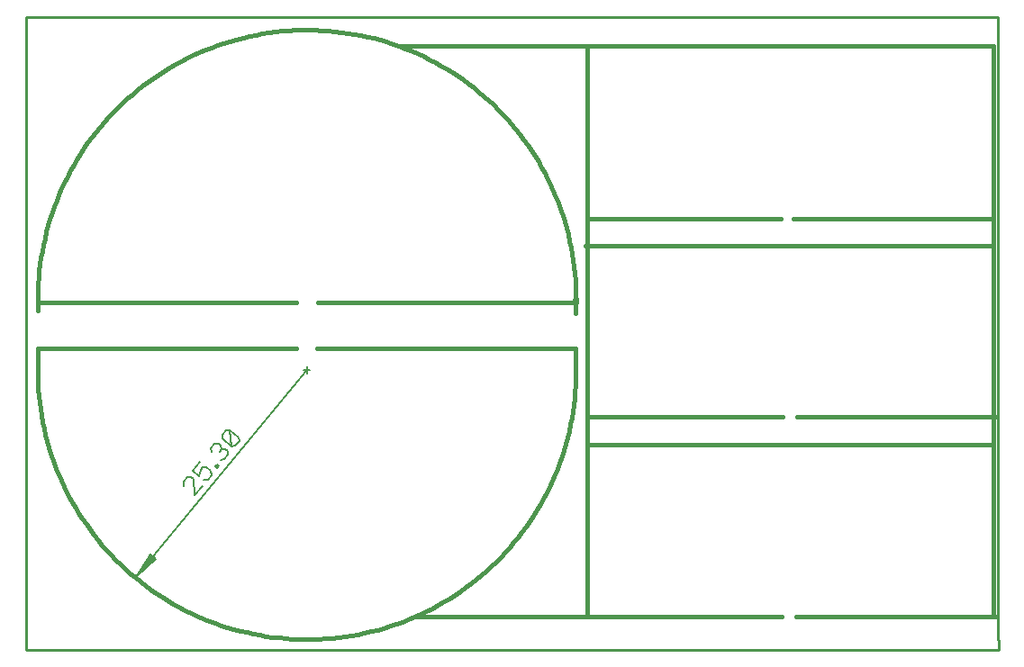
<source format=gbp>
G75*
%MOIN*%
%OFA0B0*%
%FSLAX25Y25*%
%IPPOS*%
%LPD*%
%AMOC8*
5,1,8,0,0,1.08239X$1,22.5*
%
%ADD10C,0.01600*%
%ADD11C,0.00512*%
%ADD12C,0.00600*%
%ADD13C,0.01000*%
D10*
X0255602Y0123102D02*
X0318852Y0123102D01*
X0390852Y0123102D01*
X0396352Y0123102D02*
X0469102Y0123102D01*
X0470102Y0123102D01*
X0469102Y0123102D02*
X0469102Y0334352D01*
X0468852Y0334352D02*
X0318852Y0334352D01*
X0318602Y0334352D01*
X0318852Y0334352D02*
X0318852Y0270602D01*
X0390602Y0270602D01*
X0395102Y0270602D02*
X0468852Y0270602D01*
X0468602Y0260602D02*
X0318352Y0260602D01*
X0318852Y0270602D02*
X0318852Y0197102D01*
X0391352Y0197102D01*
X0396602Y0197102D02*
X0470352Y0197102D01*
X0469352Y0186852D02*
X0319102Y0186852D01*
X0318852Y0197102D02*
X0318852Y0123102D01*
X0314602Y0216352D02*
X0314602Y0222352D01*
X0314352Y0222352D02*
X0218852Y0222352D01*
X0211352Y0222352D02*
X0115852Y0222352D01*
X0115602Y0222602D02*
X0115602Y0218602D01*
X0115602Y0239602D02*
X0211102Y0239602D01*
X0115602Y0236602D02*
X0115529Y0239043D01*
X0115515Y0241485D01*
X0115562Y0243927D01*
X0115668Y0246367D01*
X0115834Y0248803D01*
X0116060Y0251235D01*
X0116345Y0253660D01*
X0116689Y0256078D01*
X0117093Y0258487D01*
X0117556Y0260884D01*
X0118077Y0263270D01*
X0118657Y0265643D01*
X0119295Y0268000D01*
X0119990Y0270341D01*
X0120742Y0272665D01*
X0121551Y0274969D01*
X0122417Y0277252D01*
X0123338Y0279514D01*
X0124314Y0281753D01*
X0125345Y0283967D01*
X0126430Y0286155D01*
X0127568Y0288315D01*
X0128759Y0290447D01*
X0130002Y0292550D01*
X0131295Y0294621D01*
X0132640Y0296660D01*
X0134034Y0298665D01*
X0135476Y0300636D01*
X0136967Y0302570D01*
X0138504Y0304468D01*
X0140087Y0306327D01*
X0141716Y0308147D01*
X0143389Y0309926D01*
X0145104Y0311664D01*
X0146862Y0313359D01*
X0148661Y0315011D01*
X0150500Y0316618D01*
X0152378Y0318180D01*
X0154293Y0319694D01*
X0156245Y0321162D01*
X0158233Y0322581D01*
X0160254Y0323951D01*
X0162309Y0325272D01*
X0164395Y0326541D01*
X0166512Y0327759D01*
X0168658Y0328925D01*
X0170832Y0330037D01*
X0173032Y0331096D01*
X0175258Y0332101D01*
X0177508Y0333051D01*
X0179781Y0333945D01*
X0182074Y0334784D01*
X0184388Y0335566D01*
X0186720Y0336291D01*
X0189069Y0336959D01*
X0191434Y0337568D01*
X0193813Y0338120D01*
X0196205Y0338613D01*
X0198608Y0339048D01*
X0201021Y0339423D01*
X0203442Y0339739D01*
X0205871Y0339996D01*
X0208305Y0340193D01*
X0210744Y0340331D01*
X0213184Y0340408D01*
X0215627Y0340426D01*
X0218068Y0340384D01*
X0220508Y0340281D01*
X0222945Y0340120D01*
X0225377Y0339898D01*
X0227803Y0339617D01*
X0230221Y0339277D01*
X0232631Y0338877D01*
X0235029Y0338418D01*
X0237416Y0337901D01*
X0239789Y0337325D01*
X0242148Y0336692D01*
X0244490Y0336001D01*
X0246815Y0335252D01*
X0249120Y0334447D01*
X0251406Y0333585D01*
X0253669Y0332668D01*
X0255909Y0331696D01*
X0258125Y0330669D01*
X0260315Y0329588D01*
X0262477Y0328453D01*
X0264611Y0327266D01*
X0266716Y0326027D01*
X0268789Y0324737D01*
X0270830Y0323396D01*
X0272838Y0322005D01*
X0274811Y0320566D01*
X0276748Y0319079D01*
X0278648Y0317545D01*
X0280510Y0315965D01*
X0282333Y0314339D01*
X0284115Y0312670D01*
X0285856Y0310957D01*
X0287554Y0309202D01*
X0289209Y0307406D01*
X0290819Y0305570D01*
X0292384Y0303695D01*
X0293902Y0301782D01*
X0295373Y0299832D01*
X0296796Y0297847D01*
X0298169Y0295828D01*
X0299493Y0293776D01*
X0300766Y0291692D01*
X0301988Y0289577D01*
X0303157Y0287433D01*
X0304273Y0285261D01*
X0305336Y0283062D01*
X0306345Y0280838D01*
X0307298Y0278590D01*
X0308197Y0276319D01*
X0309039Y0274027D01*
X0309825Y0271714D01*
X0310554Y0269384D01*
X0311226Y0267036D01*
X0311840Y0264672D01*
X0312396Y0262294D01*
X0312893Y0259903D01*
X0313331Y0257500D01*
X0313711Y0255088D01*
X0314031Y0252667D01*
X0314292Y0250239D01*
X0314493Y0247805D01*
X0314635Y0245367D01*
X0314717Y0242926D01*
X0314738Y0240484D01*
X0314700Y0238042D01*
X0314603Y0235602D01*
X0314852Y0239602D02*
X0219352Y0239602D01*
X0314603Y0218602D02*
X0314676Y0216161D01*
X0314690Y0213719D01*
X0314643Y0211277D01*
X0314537Y0208837D01*
X0314371Y0206401D01*
X0314145Y0203969D01*
X0313860Y0201544D01*
X0313516Y0199126D01*
X0313112Y0196717D01*
X0312649Y0194320D01*
X0312128Y0191934D01*
X0311548Y0189561D01*
X0310910Y0187204D01*
X0310215Y0184863D01*
X0309463Y0182539D01*
X0308654Y0180235D01*
X0307788Y0177952D01*
X0306867Y0175690D01*
X0305891Y0173451D01*
X0304860Y0171237D01*
X0303775Y0169049D01*
X0302637Y0166889D01*
X0301446Y0164757D01*
X0300203Y0162654D01*
X0298910Y0160583D01*
X0297565Y0158544D01*
X0296171Y0156539D01*
X0294729Y0154568D01*
X0293238Y0152634D01*
X0291701Y0150736D01*
X0290118Y0148877D01*
X0288489Y0147057D01*
X0286816Y0145278D01*
X0285101Y0143540D01*
X0283343Y0141845D01*
X0281544Y0140193D01*
X0279705Y0138586D01*
X0277827Y0137024D01*
X0275912Y0135510D01*
X0273960Y0134042D01*
X0271972Y0132623D01*
X0269951Y0131253D01*
X0267896Y0129932D01*
X0265810Y0128663D01*
X0263693Y0127445D01*
X0261547Y0126279D01*
X0259373Y0125167D01*
X0257173Y0124108D01*
X0254947Y0123103D01*
X0252697Y0122153D01*
X0250424Y0121259D01*
X0248131Y0120420D01*
X0245817Y0119638D01*
X0243485Y0118913D01*
X0241136Y0118245D01*
X0238771Y0117636D01*
X0236392Y0117084D01*
X0234000Y0116591D01*
X0231597Y0116156D01*
X0229184Y0115781D01*
X0226763Y0115465D01*
X0224334Y0115208D01*
X0221900Y0115011D01*
X0219461Y0114873D01*
X0217021Y0114796D01*
X0214578Y0114778D01*
X0212137Y0114820D01*
X0209697Y0114923D01*
X0207260Y0115084D01*
X0204828Y0115306D01*
X0202402Y0115587D01*
X0199984Y0115927D01*
X0197574Y0116327D01*
X0195176Y0116786D01*
X0192789Y0117303D01*
X0190416Y0117879D01*
X0188057Y0118512D01*
X0185715Y0119203D01*
X0183390Y0119952D01*
X0181085Y0120757D01*
X0178799Y0121619D01*
X0176536Y0122536D01*
X0174296Y0123508D01*
X0172080Y0124535D01*
X0169890Y0125616D01*
X0167728Y0126751D01*
X0165594Y0127938D01*
X0163489Y0129177D01*
X0161416Y0130467D01*
X0159375Y0131808D01*
X0157367Y0133199D01*
X0155394Y0134638D01*
X0153457Y0136125D01*
X0151557Y0137659D01*
X0149695Y0139239D01*
X0147872Y0140865D01*
X0146090Y0142534D01*
X0144349Y0144247D01*
X0142651Y0146002D01*
X0140996Y0147798D01*
X0139386Y0149634D01*
X0137821Y0151509D01*
X0136303Y0153422D01*
X0134832Y0155372D01*
X0133409Y0157357D01*
X0132036Y0159376D01*
X0130712Y0161428D01*
X0129439Y0163512D01*
X0128217Y0165627D01*
X0127048Y0167771D01*
X0125932Y0169943D01*
X0124869Y0172142D01*
X0123860Y0174366D01*
X0122907Y0176614D01*
X0122008Y0178885D01*
X0121166Y0181177D01*
X0120380Y0183490D01*
X0119651Y0185820D01*
X0118979Y0188168D01*
X0118365Y0190532D01*
X0117809Y0192910D01*
X0117312Y0195301D01*
X0116874Y0197704D01*
X0116494Y0200116D01*
X0116174Y0202537D01*
X0115913Y0204965D01*
X0115712Y0207399D01*
X0115570Y0209837D01*
X0115488Y0212278D01*
X0115467Y0214720D01*
X0115505Y0217162D01*
X0115602Y0219602D01*
X0115602Y0239852D02*
X0115602Y0240852D01*
X0115602Y0240352D02*
X0115602Y0245602D01*
X0248852Y0334602D02*
X0321102Y0334602D01*
X0314852Y0240852D02*
X0314852Y0240352D01*
X0314602Y0240602D02*
X0314352Y0240602D01*
D11*
X0216336Y0214390D02*
X0213822Y0214390D01*
X0214916Y0214193D02*
X0151930Y0137683D01*
X0159063Y0144738D01*
X0159243Y0144590D02*
X0151930Y0137683D01*
X0157483Y0146039D01*
X0157303Y0146187D02*
X0159243Y0144590D01*
X0158668Y0145063D02*
X0151930Y0137683D01*
X0157878Y0145714D01*
X0157303Y0146187D02*
X0151930Y0137683D01*
X0215079Y0213134D02*
X0215079Y0215647D01*
D12*
X0189949Y0189548D02*
X0186654Y0192264D01*
X0187233Y0186253D01*
X0188736Y0186398D01*
X0190094Y0188045D01*
X0189949Y0189548D01*
X0186654Y0192264D02*
X0185151Y0192120D01*
X0183793Y0190472D01*
X0183938Y0188969D01*
X0187233Y0186253D01*
X0185849Y0184574D02*
X0185994Y0183072D01*
X0184636Y0181424D01*
X0183133Y0181279D01*
X0181762Y0179616D02*
X0182586Y0178937D01*
X0181907Y0178114D01*
X0181083Y0178793D01*
X0181762Y0179616D01*
X0179699Y0177114D02*
X0179844Y0175611D01*
X0178486Y0173964D01*
X0176983Y0173819D01*
X0175336Y0175177D02*
X0175870Y0177504D01*
X0176549Y0178328D01*
X0178052Y0178472D01*
X0179699Y0177114D01*
X0175336Y0175177D02*
X0172864Y0177214D01*
X0175581Y0180510D01*
X0179838Y0183996D02*
X0179693Y0185498D01*
X0181051Y0187146D01*
X0182554Y0187291D01*
X0183378Y0186612D01*
X0183523Y0185109D01*
X0185025Y0185254D01*
X0185849Y0184574D01*
X0183523Y0185109D02*
X0182843Y0184285D01*
X0173128Y0174178D02*
X0172304Y0174857D01*
X0170802Y0174712D01*
X0169444Y0173065D01*
X0169588Y0171562D01*
X0173128Y0174178D02*
X0173707Y0168167D01*
X0176423Y0171462D01*
D13*
X0111102Y0110852D02*
X0471102Y0110852D01*
X0471102Y0114352D01*
X0470852Y0114352D01*
X0470852Y0345102D01*
X0111102Y0345102D01*
X0111102Y0110852D01*
M02*

</source>
